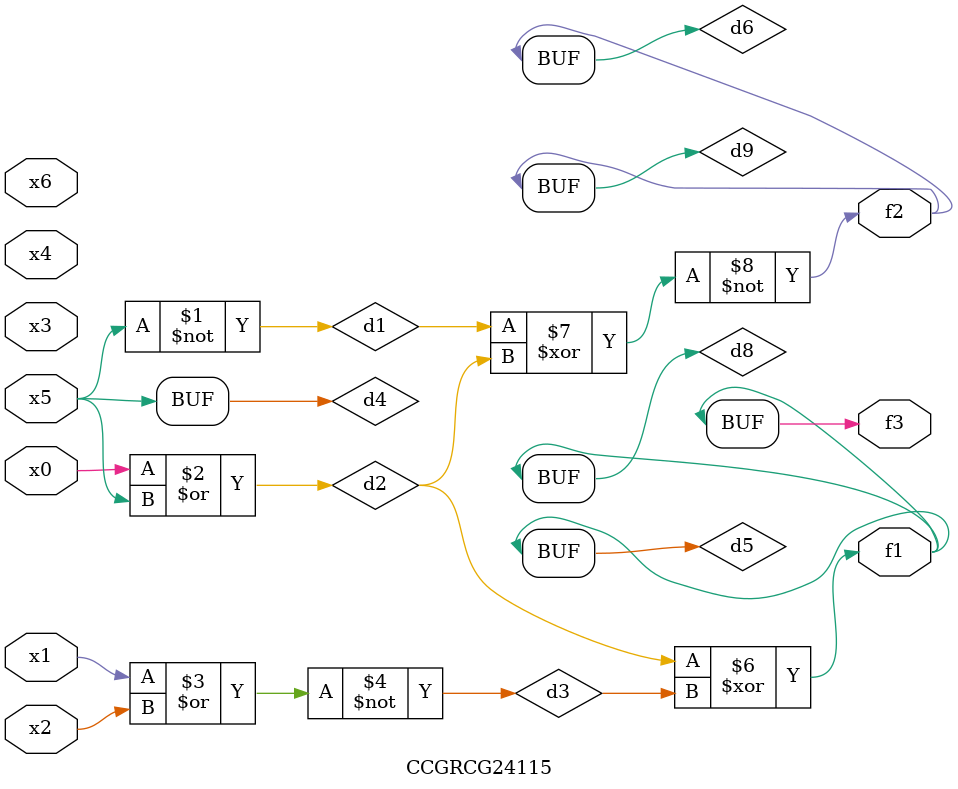
<source format=v>
module CCGRCG24115(
	input x0, x1, x2, x3, x4, x5, x6,
	output f1, f2, f3
);

	wire d1, d2, d3, d4, d5, d6, d7, d8, d9;

	nand (d1, x5);
	or (d2, x0, x5);
	nor (d3, x1, x2);
	xnor (d4, d1);
	xor (d5, d2, d3);
	xnor (d6, d1, d2);
	not (d7, x4);
	buf (d8, d5);
	xor (d9, d6);
	assign f1 = d8;
	assign f2 = d9;
	assign f3 = d8;
endmodule

</source>
